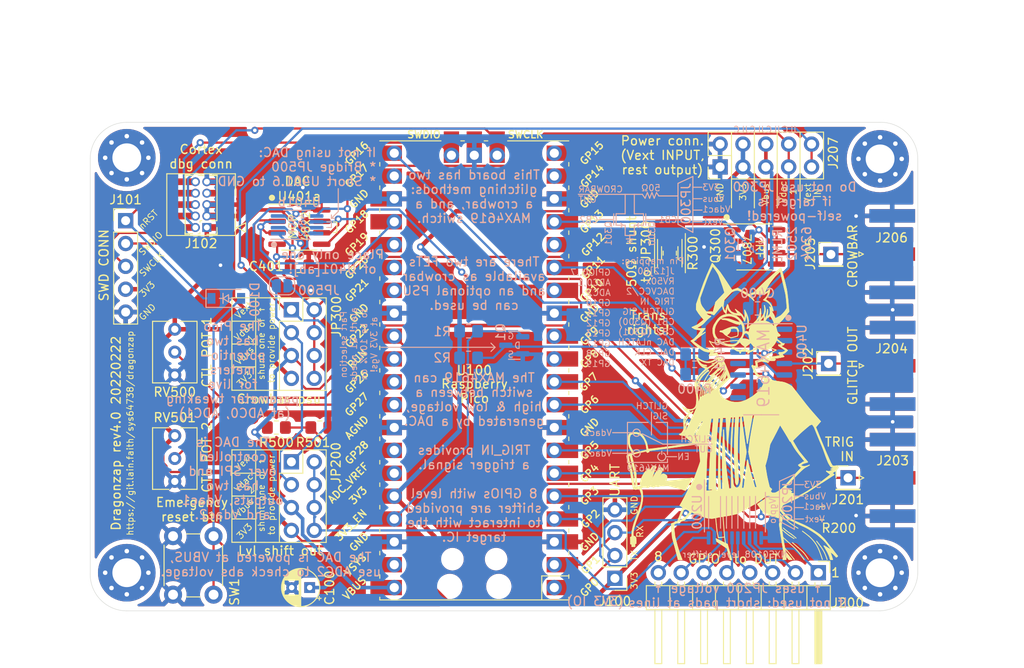
<source format=kicad_pcb>
(kicad_pcb (version 20211014) (generator pcbnew)

  (general
    (thickness 1.6)
  )

  (paper "A4")
  (layers
    (0 "F.Cu" signal)
    (31 "B.Cu" signal)
    (32 "B.Adhes" user "B.Adhesive")
    (33 "F.Adhes" user "F.Adhesive")
    (34 "B.Paste" user)
    (35 "F.Paste" user)
    (36 "B.SilkS" user "B.Silkscreen")
    (37 "F.SilkS" user "F.Silkscreen")
    (38 "B.Mask" user)
    (39 "F.Mask" user)
    (40 "Dwgs.User" user "User.Drawings")
    (41 "Cmts.User" user "User.Comments")
    (42 "Eco1.User" user "User.Eco1")
    (43 "Eco2.User" user "User.Eco2")
    (44 "Edge.Cuts" user)
    (45 "Margin" user)
    (46 "B.CrtYd" user "B.Courtyard")
    (47 "F.CrtYd" user "F.Courtyard")
    (48 "B.Fab" user)
    (49 "F.Fab" user)
  )

  (setup
    (stackup
      (layer "F.SilkS" (type "Top Silk Screen"))
      (layer "F.Paste" (type "Top Solder Paste"))
      (layer "F.Mask" (type "Top Solder Mask") (thickness 0.01))
      (layer "F.Cu" (type "copper") (thickness 0.035))
      (layer "dielectric 1" (type "core") (thickness 1.51) (material "FR4") (epsilon_r 4.5) (loss_tangent 0.02))
      (layer "B.Cu" (type "copper") (thickness 0.035))
      (layer "B.Mask" (type "Bottom Solder Mask") (thickness 0.01))
      (layer "B.Paste" (type "Bottom Solder Paste"))
      (layer "B.SilkS" (type "Bottom Silk Screen"))
      (copper_finish "None")
      (dielectric_constraints no)
    )
    (pad_to_mask_clearance 0)
    (pcbplotparams
      (layerselection 0x00010fc_ffffffff)
      (disableapertmacros false)
      (usegerberextensions false)
      (usegerberattributes true)
      (usegerberadvancedattributes true)
      (creategerberjobfile true)
      (svguseinch false)
      (svgprecision 6)
      (excludeedgelayer true)
      (plotframeref false)
      (viasonmask false)
      (mode 1)
      (useauxorigin false)
      (hpglpennumber 1)
      (hpglpenspeed 20)
      (hpglpendiameter 15.000000)
      (dxfpolygonmode true)
      (dxfimperialunits true)
      (dxfusepcbnewfont true)
      (psnegative false)
      (psa4output false)
      (plotreference true)
      (plotvalue true)
      (plotinvisibletext false)
      (sketchpadsonfab false)
      (subtractmaskfromsilk false)
      (outputformat 1)
      (mirror false)
      (drillshape 0)
      (scaleselection 1)
      (outputdirectory "grb3/")
    )
  )

  (net 0 "")
  (net 1 "GND")
  (net 2 "+3V3")
  (net 3 "+3.3VADC")
  (net 4 "Net-(D100-Pad1)")
  (net 5 "UART_RX")
  (net 6 "UART_TX")
  (net 7 "/controller/SWDIO")
  (net 8 "/controller/SWCLK")
  (net 9 "unconnected-(J102-Pad8)")
  (net 10 "unconnected-(J102-Pad7)")
  (net 11 "unconnected-(J102-Pad6)")
  (net 12 "Net-(J200-Pad1)")
  (net 13 "Net-(J200-Pad2)")
  (net 14 "TRIG_IN")
  (net 15 "GLITCH_OUT")
  (net 16 "Net-(J200-Pad3)")
  (net 17 "ADC0")
  (net 18 "ADC1")
  (net 19 "Net-(J200-Pad4)")
  (net 20 "Net-(J200-Pad5)")
  (net 21 "Net-(J200-Pad6)")
  (net 22 "VCC_EXT")
  (net 23 "DAC_HI")
  (net 24 "CB1_G")
  (net 25 "CB2_G")
  (net 26 "GPIO_EN")
  (net 27 "MAX_SW_B")
  (net 28 "MAX_SW_A")
  (net 29 "MAX_EN")
  (net 30 "GPIO2")
  (net 31 "GPIO3")
  (net 32 "GPIO4")
  (net 33 "GPIO5")
  (net 34 "GPIO6")
  (net 35 "GLITCH_SIG")
  (net 36 "GPIO7")
  (net 37 "GPIO8")
  (net 38 "GPIO9")
  (net 39 "unconnected-(U100-Pad30)")
  (net 40 "DAC_nL")
  (net 41 "DAC_CLK")
  (net 42 "DAC_TX")
  (net 43 "EMERG_SHDN")
  (net 44 "~{EMERG_SHDN}")
  (net 45 "unconnected-(U100-Pad39)")
  (net 46 "Net-(J200-Pad7)")
  (net 47 "DAC_LO")
  (net 48 "CROWBAR")
  (net 49 "/gpio/TAR_VCCIO")
  (net 50 "Net-(J200-Pad8)")
  (net 51 "ADC2")
  (net 52 "unconnected-(U100-Pad20)")
  (net 53 "unconnected-(U100-Pad19)")
  (net 54 "VBUS")
  (net 55 "CB_VCC")
  (net 56 "unconnected-(U400-Pad1)")
  (net 57 "unconnected-(U400-Pad2)")
  (net 58 "unconnected-(U400-Pad10)")
  (net 59 "unconnected-(U400-Pad11)")
  (net 60 "unconnected-(U400-Pad12)")
  (net 61 "unconnected-(U400-Pad13)")
  (net 62 "unconnected-(U400-Pad14)")
  (net 63 "unconnected-(U400-Pad15)")

  (footprint "Resistor_SMD:R_0805_2012Metric_Pad1.20x1.40mm_HandSolder" (layer "F.Cu") (at 135.128 87.179 90))

  (footprint "Connector_Coaxial:SMA_Amphenol_132289_EdgeMount" (layer "F.Cu") (at 159.845 87.287))

  (footprint "MountingHole:MountingHole_3.2mm_M3_Pad_Via" (layer "F.Cu") (at 158.496 122.682))

  (footprint "Connector_PinHeader_2.54mm:PinHeader_2x04_P2.54mm_Vertical" (layer "F.Cu") (at 93.091 93.472))

  (footprint "Connector_PinHeader_2.54mm:PinHeader_2x05_P2.54mm_Vertical" (layer "F.Cu") (at 140.721 77.602 90))

  (footprint "Connector_PinHeader_2.54mm:PinHeader_1x01_P2.54mm_Vertical" (layer "F.Cu") (at 152.776 99.441))

  (footprint "Resistor_SMD:R_2010_5025Metric_Pad1.40x2.65mm_HandSolder" (layer "F.Cu") (at 135.128 87.179 90))

  (footprint "Connector_PinHeader_2.54mm:PinHeader_1x08_P2.54mm_Horizontal" (layer "F.Cu") (at 151.638 122.682 -90))

  (footprint "Connector_PinHeader_2.54mm:PinHeader_2x04_P2.54mm_Vertical" (layer "F.Cu") (at 93.091 110.363))

  (footprint "Potentiometer_THT:Potentiometer_Vishay_T73XW_Horizontal" (layer "F.Cu") (at 80.137 95.631))

  (footprint "Connector_PinHeader_2.54mm:PinHeader_1x01_P2.54mm_Vertical" (layer "F.Cu") (at 153.03 87.317))

  (footprint "Resistor_SMD:R_0805_2012Metric_Pad1.20x1.40mm_HandSolder" (layer "F.Cu") (at 152.035 116.078 180))

  (footprint "MCU_RaspberryPi_and_Boards:RPi_Pico_SMD_TH" (layer "F.Cu") (at 113.411 100.203 180))

  (footprint "Connector_PinHeader_1.27mm:PinHeader_2x05_P1.27mm_Vertical" (layer "F.Cu") (at 83.694 84.326 180))

  (footprint "lethalbit-connectors:FTSH-105-01-L-DV-K-TR" (layer "F.Cu") (at 83.059 81.786 90))

  (footprint "Resistor_SMD:R_0805_2012Metric_Pad1.20x1.40mm_HandSolder" (layer "F.Cu") (at 91.424 106.553))

  (footprint "Potentiometer_THT:Potentiometer_Vishay_T73XW_Horizontal" (layer "F.Cu") (at 80.137 107.457))

  (footprint "Resistor_SMD:R_2512_6332Metric_Pad1.40x3.35mm_HandSolder" (layer "F.Cu") (at 135.15 87.179 90))

  (footprint "Capacitor_SMD:C_0805_2012Metric_Pad1.18x1.45mm_HandSolder" (layer "F.Cu") (at 93.98 88.598819 180))

  (footprint "Capacitor_THT:CP_Radial_D4.0mm_P2.00mm" (layer "F.Cu") (at 95.123 124.333 180))

  (footprint "Resistor_SMD:R_1206_3216Metric_Pad1.30x1.75mm_HandSolder" (layer "F.Cu") (at 135.128 87.179 90))

  (footprint "MountingHole:MountingHole_3.2mm_M3_Pad_Via" (layer "F.Cu") (at 158.496 76.708))

  (footprint "Connector_PinHeader_2.54mm:PinHeader_1x01_P2.54mm_Vertical" (layer "F.Cu") (at 154.94 112.141))

  (footprint "graphics:xenia" (layer "F.Cu")
    (tedit 61C154B6) (tstamp baf18278-d51c-443e-9972-c8c9ba5d7493)
    (at 143.4789 104.902)
    (attr through_hole)
    (fp_text reference "XENIA" (at 0 0.5) (layer "F.SilkS") hide
      (effects (font (size 1 1) (thickness 0.15)))
      (tstamp 2ab096f1-5e2e-4948-88f7-ee80da352ce9)
    )
    (fp_text value "xenia" (at 0 -0.5) (layer "F.Fab")
      (effects (font (size 1 1) (thickness 0.15)))
      (tstamp fc47ad18-c916-4f04-8460-6a5fb9138c7e)
    )
    (fp_line (start -0.087449 -8.809657) (end 0.146027 -8.894909) (layer "F.SilkS") (width 0.1) (tstamp 00486478-893b-425b-a5bc-a7e44ca55943))
    (fp_line (start 2.120427 -10.202538) (end 2.241183 -10.185531) (layer "F.SilkS") (width 0.1) (tstamp 0234d303-1347-4357-9ac8-112e8e6ab5f3))
    (fp_line (start 4.330047 -6.234346) (end 4.089216 -6.498479) (layer "F.SilkS") (width 0.1) (tstamp 02d5be24-1036-4d78-b8b7-1b443d15e7c8))
    (fp_line (start 3.24756 9.045381) (end 3.4801 8.89316) (layer "F.SilkS") (width 0.1) (tstamp 0453b7e4-e0e7-4cb5-8648-bec6a813bdeb))
    (fp_line (start 0.260403 -6.891084) (end -0.332851 -6.886832) (layer "F.SilkS") (width 0.1) (tstamp 069f3316-bcd2-4604-a333-7165193738be))
    (fp_line (start -3.758068 -6.759273) (end -3.963863 -6.339774) (layer "F.SilkS") (width 0.1) (tstamp 087708f1-e1e9-4263-81e5-92e875871b86))
    (fp_line (start -9.297786 4.012324) (end -10.724534 4.222797) (layer "F.SilkS") (width 0.1) (tstamp 088a5abf-5280-4acd-9be5-182deee4161f))
    (fp_line (start 0.359176 -6.835298) (end 0.320909 -6.836064) (layer "F.SilkS") (width 0.1) (tstamp 09ddd339-86e0-4167-9e67-6513769a8304))
    (fp_line (start -11.079063 8.253324) (end -11.346087 8.129166) (layer "F.SilkS") (width 0.1) (tstamp 0a1dbe60-6997-4f4e-b4aa-4ec0085281f7))
    (fp_line (start 0.636957 -7.835127) (end 0.567013 -8.025403) (layer "F.SilkS") (width 0.1) (tstamp 0a9d52bd-4852-44a8-82f7-f0b2e974bf90))
    (fp_line (start 0.978307 -7.395325) (end 1.596288 -7.079446) (layer "F.SilkS") (width 0.1) (tstamp 0b28e9dc-79a6-45c1-9c4d-325ada2cc88d))
    (fp_line (start -0.023841 -7.012478) (end 0.260403 -6.891084) (layer "F.SilkS") (width 0.1) (tstamp 0b379b3e-c12a-4629-a430-1567b828b4a9))
    (fp_line (start -4.650002 0.989642) (end -3.764935 0.613726) (layer "F.SilkS") (width 0.1) (tstamp 0f956713-c3d9-4b4c-8b52-a74d6d57ce5b))
    (fp_line (start -0.40371 -6.811827) (end 0.321759 -6.836064) (layer "F.SilkS") (width 0.1) (tstamp 10fd1d94-746f-466c-84a0-aa85c04b7684))
    (fp_line (start 3.479802 11.455544) (end 3.948093 11.551703) (layer "F.SilkS") (width 0.1) (tstamp 1164e296-14e5-4a5e-b2f3-44f1d36e7550))
    (fp_line (start 2.98583 -11.581707) (end 2.741129 -11.748809) (layer "F.SilkS") (width 0.1) (tstamp 12ec9af5-fae0-487c-9f32-ec0f72c4cf1f))
    (fp_line (start -4.381109 -11.064391) (end -4.310739 -11.182596) (layer "F.SilkS") (width 0.1) (tstamp 13666fea-91c0-4fec-bb70-a04cdbcf337e))
    (fp_line (start -0.404795 0.395004) (end -0.462196 0.395218) (layer "F.SilkS") (width 0.1) (tstamp 1399d9fd-892e-4c6d-94d4-e65f4b8d90fb))
    (fp_line (start -1.858607 -3.896465) (end -3.018353 -2.837788) (layer "F.SilkS") (width 0.1) (tstamp 14127424-0f91-4793-8a8a-36511132b3fd))
    (fp_line (start -3.250381 11.652943) (end -2.433578 11.510927) (layer "F.SilkS") (width 0.1) (tstamp 1485f998-b07f-4385-8f35-cac19f2827b9))
    (fp_line (start -8.886174 7.308196) (end -8.901056 7.197645) (layer "F.SilkS") (width 0.1) (tstamp 156d07b6-f60e-459b-b98a-29b8c699efdc))
    (fp_line (start -12.551074 13.779714) (end -12.706696 13.860076) (layer "F.SilkS") (width 0.1) (tstamp 16a71bba-04ef-4283-a06b-f6e9ba8ea3c4))
    (fp_line (start -5.127987 3.687899) (end -5.047837 3.724891) (layer "F.SilkS") (width 0.1) (tstamp 16ec19e3-7b49-453e-80e4-246815f99f56))
    (fp_line (start 0.998035 -5.007568) (end 1.417534 -4.961009) (layer "F.SilkS") (width 0.1) (tstamp 18457aad-4f9d-4c40-a5cc-fb25084ce7be))
    (fp_line (start -5.027428 3.476363) (end -5.115231 3.542269) (layer "F.SilkS") (width 0.1) (tstamp 185cec19-d583-42a6-bbf6-9e4403a7b0ce))
    (fp_line (start -6.740291 2.002993) (end -6.697559 1.323252) (layer "F.SilkS") (width 0.1) (tstamp 19b8a416-d457-47c0-a7b0-da25cad6c5a1))
    (fp_line (start -0.007897 -7.388394) (end -0.050628 -7.071368) (layer "F.SilkS") (width 0.1) (tstamp 1c4a967a-d9ff-4163-bb2a-95ccc3501bb3))
    (fp_line (start -0.670522 -6.851881) (end -0.53786 -6.616024) (layer "F.SilkS") (width 0.1) (tstamp 1c5c7e2f-94b3-4b5e-b4ad-c0a6563fc67e))
    (fp_line (start -10.908538 4.337111) (end -10.835617 4.409819) (layer "F.SilkS") (width 0.1) (tstamp 1e0ba953-460b-4ddb-ba5b-e01c556e61f7))
    (fp_line (start 4.90149 16.307955) (end 5.210438 16.322837) (layer "F.SilkS") (width 0.1) (tstamp 1f5d8d4c-52db-4d4d-99bb-fd209dbbc195))
    (fp_line (start -1.262672 0.453299) (end -1.363656 0.468181) (layer "F.SilkS") (width 0.1) (tstamp 1f69b1f6-9fed-42d7-9e08-09f288c476bc))
    (fp_line (start 2.998458 8.928026) (end 2.798403 8.735837) (layer "F.SilkS") (width 0.1) (tstamp 1fb3f6bd-66d7-4a74-a144-ae01112ff895))
    (fp_line (start -2.982169 0.583537) (end -2.699243 0.577159) (layer "F.SilkS") (width 0.1) (tstamp 20a0f469-5ae6-4e36-8ff6-79100ece3f30))
    (fp_line (start 0.566716 -8.025531) (end 0.636661 -7.835255) (layer "F.SilkS") (width 0.1) (tstamp 21a2e357-9ad7-4e55-9783-020864723576))
    (fp_line (start -2.922258 -2.660056) (end -1.647369 -3.924825) (layer "F.SilkS") (width 0.1) (tstamp 23781219-648c-45af-8566-464b78a6f9ff))
    (fp_line (start -0.590372 -6.842654) (end -0.464088 -6.840528) (layer "F.SilkS") (width 0.1) (tstamp 23b5355a-334f-4bc1-a3a3-bcd5e8aabe03))
    (fp_line (start -0.271007 -9.616787) (end -0.136007 -9.641874) (layer "F.SilkS") (width 0.1) (tstamp 23f55bc5-218f-4c81-bcc4-297aa64fa0b2))
    (fp_line (start 7.736937 1.655947) (end 7.847488 1.605774) (layer "F.SilkS") (width 0.1) (tstamp 252382df-08a7-4b0b-8609-1072db1e998e))
    (fp_line (start -1.871555 -11.918931) (end -1.940225 -12.001419) (layer "F.SilkS") (width 0.1) (tstamp 2566906f-dee1-4d49-aa89-42683ad37200))
    (fp_line (start -2.231462 -13.327246) (end -3.235395 -12.265232) (layer "F.SilkS") (width 0.1) (tstamp 25b94296-ce9e-441c-ba5a-3999d9179a7f))
    (fp_line (start 4.695249 -11.592294) (end 4.867028 -11.229431) (layer "F.SilkS") (width 0.1) (tstamp 2609c5fc-6f5a-49bd-a40b-c12eaada5a92))
    (fp_line (start 4.588609 8.485737) (end 4.879742 8.498492) (layer "F.SilkS") (width 0.1) (tstamp 275e3c89-0d83-4a85-9571-5807c3e775e6))
    (fp_line (start 1.219052 9.973394) (end 1.334493 9.873048) (layer "F.SilkS") (width 0.1) (tstamp 276b13d7-0a57-419c-8da2-e837b16f8ff4))
    (fp_line (start 0.832973 -5.261113) (end 0.774721 -5.194995) (layer "F.SilkS") (width 0.1) (tstamp 27f73be5-5b6d-4dcd-9c2b-08178b3c0f10))
    (fp_line (start 3.878467 -6.660457) (end 3.824042 -6.69915) (layer "F.SilkS") (width 0.1) (tstamp 284e6dc9-3ac5-4cda-bd41-857fb98d4679))
    (fp_line (start -4.421864 -8.927692) (end -5.015118 -8.576139) (layer "F.SilkS") (width 0.1) (tstamp 28797dd3-5c25-40ea-9029-91b4bdf67bc8))
    (fp_line (start -6.053407 10.967866) (end -5.922871 11.018039) (layer "F.SilkS") (width 0.1) (tstamp 28d5ed17-1bf9-4c62-b49a-5fe63f5fcad7))
    (fp_line (start -3.125587 -6.648084) (end -3.692013 -6.537745) (layer "F.SilkS") (width 0.1) (tstamp 292a37f1-a8d7-4049-8d9e-d154cb6269d5))
    (fp_line (start -3.963863 -6.339774) (end -3.148187 -6.432892) (layer "F.SilkS") (width 0.1) (tstamp 29d26dd1-1c9b-4097-8348-63ab0c86a559))
    (fp_line (start -0.136007 -9.641597) (end -0.271007 -9.616511) (layer "F.SilkS") (width 0.1) (tstamp 2b1d77fe-f78d-4ff8-b505-0f28f2dbc7c6))
    (fp_line (start -2.567432 -10.399893) (end -2.567432 -10.400064) (layer "F.SilkS") (width 0.1) (tstamp 2d8c2e79-0ca6-4cac-bd97-7ed59984e6ca))
    (fp_line (start -3.612693 8.448277) (end -3.623323 8.650245) (layer "F.SilkS") (width 0.1) (tstamp 2db2a178-64e5-43fc-91c6-f6bb623ee10e))
    (fp_line (start 0.831253 0.253265) (end 1.081438 0.212021) (layer "F.SilkS") (width 0.1) (tstamp 2e9befe8-1ba6-44c4-8c0c-2f6b67d813e8))
    (fp_line (start -2.265074 13.818492) (end -2.151546 14.500359) (layer "F.SilkS") (width 0.1) (tstamp 2f15d41d-727f-4089-af4d-eed812228f8d))
    (fp_line (start -3.465554 0.613726) (end -2.982169 0.583537) (layer "F.SilkS") (width 0.1) (tstamp 2f4fca68-ad3d-42af-a65a-2dfd84c64f23))
    (fp_line (start 3.824042 -6.69915) (end 3.76579 -6.598166) (layer "F.SilkS") (width 0.1) (tstamp 2f8fab55-05ca-4686-80f5-c3c168b9b405))
    (fp_line (start 3.802463 11.057008) (end 4.193772 10.248454) (layer "F.SilkS") (width 0.1) (tstamp 2fa1b765-b805-47fc-bf33-7549704c7989))
    (fp_line (start 4.525042 15.474081) (end 4.581806 15.914436) (layer "F.SilkS") (width 0.1) (tstamp 318e2232-f227-48be-bc7e-28bc039cbe1a))
    (fp_line (start 0.320909 -6.836064) (end 0.323034 -6.596465) (layer "F.SilkS") (width 0.1) (tstamp 31dcfa14-92b3-40c0-9b7e-3e11dc0058e1))
    (fp_line (start -1.479203 -7.201053) (end -1.470699 -7.127281) (layer "F.SilkS") (width 0.1) (tstamp 321f985d-c802-49a4-b839-d957d45e8880))
    (fp_line (start -2.768188 -9.031568) (end -2.728921 -9.000571) (layer "F.SilkS") (width 0.1) (tstamp 328d1402-4958-47d2-b0f1-71018e3fb92d))
    (fp_line (start -0.523191 -6.729339) (end -0.516813 -6.620064) (layer "F.SilkS") (width 0.1) (tstamp 32e61bfc-d546-4722-ac49-cbb99c79a789))
    (fp_line (start -4.310717 -11.182319) (end -4.381087 -11.064115) (layer "F.SilkS") (width 0.1) (tstamp 3333a437-094a-4126-981c-1a90640c11d7))
    (fp_line (start -0.53786 -6.616024) (end -0.522978 -6.728701) (layer "F.SilkS") (width 0.1) (tstamp 33ea8dc4-877d-4756-9eec-56ecc269d0d6))
    (fp_line (start -2.42565 8.523069) (end -2.710361 8.529447) (layer "F.SilkS") (width 0.1) (tstamp 351d5969-2e3a-436e-a584-701985869a16))
    (fp_line (start -3.548467 -11.102808) (end -3.680278 -11.20443) (layer "F.SilkS") (width 0.1) (tstamp 36bf2b67-6c66-4f57-9dcc-180452d3e2dc))
    (fp_line (start -10.667452 4.294378) (end -10.705294 4.290126) (layer "F.SilkS") (width 0.1) (tstamp 38dc9787-3773-4a65-9eac-77f34d6df8dc))
    (fp_line (start -12.671829 14.588332) (end -12.551286 14.590458) (layer "F.SilkS") (width 0.1) (tstamp 3949f8f3-4972-460a-90a0-6906b5d7ca76))
    (fp_line (start 3.981279 10.706561) (end 3.921327 10.860227) (layer "F.SilkS") (width 0.1) (tstamp 3b861d3c-b38d-4322-b67b-d95ab0619cc6))
    (fp_line (start 9.914625 6.87845) (end 9.630849 6.725166) (layer "F.SilkS") (width 0.1) (tstamp 3bf5a303-d45e-4366-b8e2-9eef9aa4ea37))
    (fp_line (start -1.955062 14.629087) (end -1.482966 16.326622) (layer "F.SilkS") (width 0.1) (tstamp 3d234cf4-d2a0-4b1e-b0ed-33b40ca1bbce))
    (fp_line (start -2.482371 0.53921) (end -2.699349 0.578328) (layer "F.SilkS") (width 0.1) (tstamp 3d6a7394-0229-439d-98ea-24fb7b7d0870))
    (fp_line (start -5.819251 -0.058596) (end -5.782259 -0.164257) (layer "F.SilkS") (width 0.1) (tstamp 3ecd5e71-045c-45dd-959d-3e97c8e33089))
    (fp_line (start -3.785279 -2.270788) (end -4.94377 -1.700982) (layer "F.SilkS") (width 0.1) (tstamp 3f60471a-e684-4c40-916a-dc05757982ce))
    (fp_line (start 3.76579 -6.598166) (end 3.956065 -6.349596) (layer "F.SilkS") (width 0.1) (tstamp 3f775266-cc7f-49e6-b89d-e69ba5f3895e))
    (fp_line (start 3.761942 -7.448985) (end 4.562098 -6.916851) (layer "F.SilkS") (width 0.1) (tstamp 401fc27b-55c2-4d17-b7a9-17271cdee251))
    (fp_line (start -3.619092 -4.014223) (end -4.053048 -3.440186) (layer "F.SilkS") (width 0.1) (tstamp 41e173df-b769-4562-86b0-af2aff66057d))
    (fp_line (start 0.321759 -6.836064) (end 0.360027 -6.835298) (layer "F.SilkS") (width 0.1) (tstamp 43797be8-9d42-485f-bc6b-0544d45927b2))
    (fp_line (start 10.256122 6.014427) (end 10.165768 5.934065) (layer "F.SilkS") (width 0.1) (tstamp 4459b91b-d937-4427-a170-e7027c4df452))
    (fp_line (start -1.482966 16.326622) (end -1.613502 16.326622) (layer "F.SilkS") (width 0.1) (tstamp 46605a33-9342-4627-adea-08a0c3dd1775))
    (fp_line (start -2.364145 -5.272232) (end -2.325452 -5.192508) (layer "F.SilkS") (width 0.1) (tstamp 47476406-4d27-4820-aefe-eb91485cd792))
    (fp_line (start -1.200487 -7.170056) (end -1.200487 -7.170056) (layer "F.SilkS") (width 0.1) (tstamp 47bd3e42-5e60-4145-b4ff-ba2ead23635e))
    (fp_line (start -10.724534 4.222797) (end -10.772326 4.101105) (layer "F.SilkS") (width 0.1) (tstamp 487c4890-ae05-4d1e-8757-f717bdd9f770))
    (fp_line (start -1.29977 -7.131533) (end -0.950173 -6.910133) (layer "F.SilkS") (width 0.1) (tstamp 48f5ac3f-19ad-4208-9449-373c6d6bed43))
    (fp_line (start -0.419655 -9.922015) (end -0.584419 -9.95518) (layer "F.SilkS") (width 0.1) (tstamp 499f0043-d011-4c69-b76f-552cc2e709c0))
    (fp_line (start -10.859577 4.243461) (end -10.870207 4.151406) (layer "F.SilkS") (width 0.1) (tstamp 4b724a58-7782-4fb0-85bb-73cee8bfacec))
    (fp_line (start -3.623323 8.650245) (end -4.324302 8.722316) (layer "F.SilkS") (width 0.1) (tstamp 4c7ee18f-1e28-4990-b358-0d20ba5f3a19))
    (fp_line (start 2.278047 -6.178114) (end 2.254661 -6.053744) (layer "F.SilkS") (width 0.1) (tstamp 4cd7b6b4-85c9-4884-8f10-e79b6ed8c90b))
    (fp_line (start -10.857408 4.242058) (end -10.859577 4.243461) (layer "F.SilkS") (width 0.1) (tstamp 4cf1650d-f012-4b15-ad31-a94564f120f8))
    (fp_line (start 0.636661 -7.835255) (end 0.978307 -7.395325) (layer "F.SilkS") (width 0.1) (tstamp 4d1172a0-a1e6-4e5d-b676-3dfbdc70f814))
    (fp_line (start 4.368889 -7.671512) (end 4.228999 -7.648126) (layer "F.SilkS") (width 0.1) (tstamp 4ea04a5a-7a78-43fb-87d5-86eb2afcea5f))
    (fp_line (start 10.027621 6.192797) (end 10.256122 6.014427) (layer "F.SilkS") (width 0.1) (tstamp 51b18456-8852-4cce-ad37-628dd1c4103a))
    (fp_line (start 0.975627 -7.108827) (end 0.990509 -7.046749) (layer "F.SilkS") (width 0.1) (tstamp 52064152-4b25-4796-8ab1-2e49f3df562c))
    (fp_line (start 5.077543 8.647949) (end 4.922346 8.701524) (layer "F.SilkS") (width 0.1) (tstamp 53bc95a0-a6b5-4bd3-8806-205d384c6e1c))
    (fp_line (start -2.943709 -5.906668) (end -2.916242 -5.843484) (layer "F.SilkS") (width 0.1) (tstamp 54c05bf1-249d-4ed0-aee6-f8cef4715275))
    (fp_line (start 4.587334 8.28802) (end 4.484224 8.388366) (layer "F.SilkS") (width 0.1) (tstamp 54d05816-bdfa-450b-939f-fffbc2d3c01c))
    (fp_line (start -3.764935 0.613726) (end -3.465554 0.613726) (layer "F.SilkS") (width 0.1) (tstamp 56614d25-92fe-4928-ba13-f50ff5bf48ed))
    (fp_line (start 5.210438 16.322837) (end 4.525042 15.474081) (layer "F.SilkS") (width 0.1) (tstamp 57d20178-cd72-4cdf-a6b0-742aea76d37b))
    (fp_line (start -0.446932 -6.922464) (end -0.749927 -6.933093) (layer "F.SilkS") (width 0.1) (tstamp 58166378-73e4-4c77-abf1-b61da426c963))
    (fp_line (start -7.002722 16.306531) (end -7.404278 16.31157) (layer "F.SilkS") (width 0.1) (tstamp 5964804a-9ffe-4905-9f1b-c960fc5465a3))
    (fp_line (start -8.901056 7.197645) (end -8.941025 7.197645) (layer "F.SilkS") (width 0.1) (tstamp 59f58cc4-3f08-4913-804c-7831fc56d6da))
    (fp_line (start 1.092131 -7.182599) (end 0.975627 -7.108827) (layer "F.SilkS") (width 0.1) (tstamp 5ac91684-976e-43dc-b66d-88fa3cf7602b))
    (fp_line (start 7.847488 1.605774) (end 8.38802 0.97155) (layer "F.SilkS") (width 0.1) (tstamp 5c52001a-44b6-4827-8867-9a065693af27))
    (fp_line (start 5.416744 9.020209) (end 5.234122 9.134162) (layer "F.SilkS") (width 0.1) (tstamp 5c5e0318-a0e1-4f94-8225-4bad5445ea6d))
    (fp_line (start 9.500845 16.316587) (end 9.731897 16.316587) (layer "F.SilkS") (width 0.1) (tstamp 5cdfe313-8605-4373-9a45-7b9f1b58e8c5))
    (fp_line (start -12.612153 4.669636) (end -12.765862 4.730652) (layer "F.SilkS") (width 0.1) (tstamp 5d6e084a-605f-4d05-bcd6-23a747bd3e0e))
    (fp_line (start -5.125052 3.690641) (end -5.114422 3.531405) (layer "F.SilkS") (width 0.1) (tstamp 5e0252fd-2729-4e36-b2cc-c7766dba6189))
    (fp_line (start -12.765862 4.730652) (end -12.281945 6.716322) (layer "F.SilkS") (width 0.1) (tstamp 5e807c14-eb72-4699-ac5c-0e22b3b90689))
    (fp_line (start -3.415423 -5.326615) (end -3.508541 -5.332993) (layer "F.SilkS") (width 0.1) (tstamp 5ef3d067-71f0-41ac-ba39-98068649edc9))
    (fp_line (start -3.680278 -11.20443) (end -4.310717 -11.182319) (layer "F.SilkS") (width 0.1) (tstamp 600a3b4b-ae4b-4461-b5a0-b102a630e6e4))
    (fp_line (start -0.516813 -6.620064) (end -0.40371 -6.811827) (layer "F.SilkS") (width 0.1) (tstamp 606c3e55-7d61-412d-adac-41bf5f1f1a73))
    (fp_line (start -3.763999 0.614406) (end -4.65096 0.989557) (layer "F.SilkS") (width 0.1) (tstamp 61bd4437-060d-40c1-add9-cb29405c70c7))
    (fp_line (start -12.324316 14.531951) (end -12.328568 14.687573) (layer "F.SilkS") (width 0.1) (tstamp 61d9b81b-8499-4933-91ed-7a8972810007))
    (fp_line (start -6.730724 2.520138) (end -6.790889 2.401721) (layer "F.SilkS") (width 0.1) (tstamp 62b6ceae-4979-4c7f-9abb-9d942b9ab846))
    (fp_line (start -0.023819 -7.012265) (end -0.050733 -7.071495) (layer "F.SilkS") (width 0.1) (tstamp 633ad3b8-63c2-4a66-ba43-ec1b2327d590))
    (fp_line (start 2.575111 -5.582519) (end 2.566607 -5.800008) (layer "F.SilkS") (width 0.1) (tstamp 6349601a-3c16-49a3-9c53-44ba3301fa17))
    (fp_line (start -12.123177 8.513863) (end -11.715753 8.379501) (layer "F.SilkS") (width 0.1) (tstamp 634c972d-457b-4606-97bd-158cc6774626))
    (fp_line (start -1.200487 -7.170056) (end -1.189857 -7.253607) (layer "F.SilkS") (width 0.1) (tstamp 644c1aa7-bb47-43ff-9985-f1193c633b37))
    (fp_line (start -0.097144 8.381542) (end -0.383216 8.400676) (layer "F.SilkS") (width 0.1) (tstamp 64d7714a-7974-44e3-aea4-f93dec72bbab))
    (fp_line (start -2.982275 0.584047) (end -3.46566 0.614236) (layer "F.SilkS") (width 0.1) (tstamp 65672bfe-b9ee-41a0-973c-1f20f79e074b))
    (fp_line (start -0.522978 -6.728701) (end -0.590372 -6.842654) (layer "F.SilkS") (width 0.1) (tstamp 66ae6362-5d73-429e-895c-b93ac4034e8b))
    (fp_line (start -2.922257 -2.659503) (end -3.018352 -2.837236) (layer "F.SilkS") (width 0.1) (tstamp 67696688-aeb4-4c05-bfdd-17ff57e0fa8a))
    (fp_line (start 4.463814 8.29865) (end 4.587334 8.28802) (layer "F.SilkS") (width 0.1) (tstamp 6adb7440-4967-4c53-ab45-3e8efe9276db))
    (fp_line (start -0.552019 -7.920528) (end -0.353877 -8.180791) (layer "F.SilkS") (width 0.1) (tstamp 6b210527-4628-4b35-bcc0-57c051da3023))
    (fp_line (start 1.550897 -10.19699) (end 1.669101 -10.238234) (layer "F.SilkS") (width 0.1) (tstamp 6f6d94a2-ff06-468f-93cb-7d1121493be0))
    (fp_line (start 5.099335 3.181341) (end 5.269838 3.103317) (layer "F.SilkS") (width 0.1) (tstamp 6faf2824-be38-492e-a01b-4c105834407a))
    (fp_line (start -4.244621 -5.197036) (end -4.324345 -5.268894) (layer "F.SilkS") (width 0.1) (tstamp 6fe73f15-5d69-4a4e-893e-03eb09e9b7d7))
    (fp_line (start 1.655283 -10.326037) (end 1.550897 -10.19699) (layer "F.SilkS") (width 0.1) (tstamp 71407632-595c-426e-b6ae-4fb2a403e147))
    (fp_line (start 1.551599 -10.196373) (end 1.654071 -10.325909) (layer "F.SilkS") (width 0.1) (tstamp 71e17ce2-3f5c-4367-9839-08c5c57f36de))
    (fp_line (start -10.85964 4.243567) (end -10.851137 4.309473) (layer "F.SilkS") (width 0.1) (tstamp 7222796c-3f24-42f8-95ec-33d97cdbe82f))
    (fp_line (start -10.870207 4.151406) (end -12.356801 4.505467) (layer "F.SilkS") (width 0.1) (tstamp 7332bdd2-7696-49e9-b942-e09fe05346ae))
    (fp_line (start -12.555538 14.874192) (end -12.244166 14.849105) (layer "F.SilkS") (width 0.1) (tstamp 73bf2484-d5f9-4ce1-ab83-d710b7907529))
    (fp_line (start -0.050628 -7.071368) (end -0.023841 -7.012478) (layer "F.SilkS") (width 0.1) (tstamp 75ebcaaf-8f91-4bce-95da-35daf284b36b))
    (fp_line (start -2.023604 -4.398792) (end -2.056557 -4.497672) (layer "F.SilkS") (width 0.1) (tstamp 76bcc96a-79c2-4aa1-a653-745cf373720e))
    (fp_line (start 0.360027 -6.835298) (end 0.467176 -6.79129) (layer "F.SilkS") (width 0.1) (tstamp 7879fd6d-8523-40e9-ac87-65ed2628002c))
    (fp_line (start 3.26967 -5.791504) (end 3.374481 -5.900354) (layer "F.SilkS") (width 0.1) (tstamp 78c24dc1-6743-421c-b77c-2fe33b473e4c))
    (fp_line (start -1.470699 -7.127281) (end -1.29977 -7.131533) (layer "F.SilkS") (width 0.1) (tstamp 7923463f-888c-4fc0-b98f-03078496b1b6))
    (fp_line (start 1.596288 -7.079446) (end 2.337853 -6.991643) (layer "F.SilkS") (width 0.1) (tstamp 7a78aae9-59d5-44fd-a5a4-d12a5851aac3))
    (fp_line (start -6.744393 10.596839) (end -5.920744 11.018719) (layer "F.SilkS") (width 0.1) (tstamp 7af554a0-1aea-4bf6-b62d-f529a38d9de6))
    (fp_line (start 3.74706 -7.542316) (end 3.761942 -7.448985) (layer "F.SilkS") (width 0.1) (tstamp 7d46158a-6f68-4d38-be89-e25c900413e7))
    (fp_line (start 3.948093 11.551703) (end 3.802463 11.057008) (layer "F.SilkS") (width 0.1) (tstamp 7f1cd457-f3e0-4118-9041-74f0c4e433d8))
    (fp_line (start 3.952132 10.372397) (end 3.479802 11.455544) (layer "F.SilkS") (width 0.1) (tstamp 7f25c6dd-2bd2-4dba-b030-ccbee8cc0425))
    (fp_line (start 4.867007 -11.229325) (end 4.695227 -11.592231) (layer "F.SilkS") (width 0.1) (tstamp 801e609c-68c5-4efc-a779-888769f67fd8))
    (fp_line (start 9.552655 6.270651) (end 9.957527 6.281281) (layer "F.SilkS") (width 0.1) (tstamp 816dc656-ef63-4b7e-ba23-93c421a09dd9))
    (fp_line (start -10.835617 4.409819) (end -10.692538 4.354544) (layer "F.SilkS") (width 0.1) (tstamp 81a6647b-fb92-470f-859a-839cff2bfa41))
    (fp_line (start -2.265074 13.81847) (end -2.435578 11.510119) (layer "F.SilkS") (width 0.1) (tstamp 823a9a53-cb4b-4f57-9558-1ba1cf975f33))
    (fp_line (start 5.09942 3.182085) (end 5.099335 3.181341) (layer "F.SilkS") (width 0.1) (tstamp 832a8494-eaf2-41bb-a79b-9bd3869ba972))
    (fp_line (start -2.839558 -5.555073) (end -2.839345 -5.555094) (layer "F.SilkS") (width 0.1) (tstamp 84ce0be5-0412-4bdd-83e3-854a7a710ced))
    (fp_line (start -2.790809 -5.240427) (end -2.57719 -5.718179) (layer "F.SilkS") (width 0.1) (tstamp 84d2254b-f203-44d6-b45c-79b312eb19ef))
    (fp_line (start -3.983039 8.479741) (end -3.612693 8.448277) (layer "F.SilkS") (width 0.1) (tstamp 881ba6c1-962a-43e8-acdf-1c75a4cb2656))
    (fp_line (start 2.911548 -11.493032) (end 3.13129 -11.295316) (layer "F.SilkS") (width 0.1) (tstamp 8b34cb3e-4808-4723-abeb-99f377bbe23f))
    (fp_line (start -0.578892 -9.823156) (end -0.419655 -9.922015) (layer "F.SilkS") (width 0.1) (tstamp 8b609dc3-d402-489e-93c7-a8286dd10662))
    (fp_line (start -3.013421 -6.014668) (end -3.06859 -6.173224) (layer "F.SilkS") (width 0.1) (tstamp 902a411f-6335-4f06-8cf1-f0ed80a2cb8a))
    (fp_line (start -0.332851 -6.886832) (end -0.023819 -7.012265) (layer "F.SilkS") (width 0.1) (tstamp 910b5ca3-160a-4289-ac0e-edddfbb8cc23))
    (fp_line (start 4.879742 8.498492) (end 4.786411 8.608406) (layer "F.SilkS") (width 0.1) (tstamp 92425964-3db1-4a0a-86ee-ecbd90311ff8))
    (fp_line (start -2.68655 -9.085993) (end -2.768188 -9.031568) (layer "F.SilkS") (width 0.1) (tstamp 92f206ba-0b74-4aff-a139-97255e30fd4b))
    (fp_line (start -2.699243 0.577159) (end -2.482265 0.538041) (layer "F.SilkS") (width 0.1) (tstamp 9374eae1-1721-491f-8000-bfbbb5c8d606))
    (fp_line (start 5.423717 9.377374) (end 5.570623 9.455611) (layer "F.SilkS") (width 0.1) (tstamp 946a8f93-f8a6-49ed-be65-22cf14da1914))
    (fp_line (start -10.705294 4.290126) (end -10.773113 4.101764) (layer "F.SilkS") (width 0.1) (tstamp 96b8b711-f40d-4aae-a044-c048034ee1fe))
    (fp_line (start 3.55787 -8.163018) (end 3.585933 -8.535108) (layer "F.SilkS") (width 0.1) (tstamp 97eaa1e2-9166-4553-a1d6-ea99a7ba73fb))
    (fp_line (start -2.093805 0.514655) (end -1.899489 4.624204) (layer "F.SilkS") (width 0.1) (tstamp 9a3dec6c-1ff7-4f04-98b4-bff75dbe2572))
    (fp_line (start -7.212683 10.307067) (end -6.744393 10.596839) (layer "F.SilkS") (width 0.1) (tstamp 9aa35107-bd21-4263-aaeb-f87889d0726a))
    (fp_line (start -8.961434 7.519094) (end -8.918702 7.383456) (layer "F.SilkS") (width 0.1) (tstamp 9c77e549-bc3d-407e-a17f-1f44a0465725))
    (fp_line (start 9.062594 6.501448) (end 9.545575 6.870816) (layer "F.SilkS") (width 0.1) (tstamp 9d0a9958-db67-4fa2-a63a-2635acbcaff5))
    (fp_line (start 1.219116 9.972799) (end 1.219052 9.973394) (layer "F.SilkS") (width 0.1) (tstamp 9d53a803-c2dd-44df-9adf-3a36ecbb9623))
    (fp_line (start -10.851137 4.309473) (end -10.908538 4.337111) (layer "F.SilkS") (width 0.1) (tstamp 9d93c53b-c8ce-4a41-8871-5169db872dd3))
    (fp_line (start -0.464088 -6.840528) (end -0.523191 -6.729339) (layer "F.SilkS") (width 0.1) (tstamp 9f3effa9-36c1-499e-8002-787a37d4e90a))
    (fp_line (start -12.443584 14.541092) (end -12.110825 14.518557) (layer "F.SilkS") (width 0.1) (tstamp 9f755b79-98ed-4b7f-b7d5-fc8b011a6083))
    (fp_line (start -0.462154 0.396301) (end -0.404752 0.396089) (layer "F.SilkS") (width 0.1) (tstamp a03f12ee-4c0a-46b5-9d34-c9c5f676bfdc))
    (fp_line (start -0.753754 -8.930796) (end -0.760132 -9.099812) (layer "F.SilkS") (width 0.1) (tstamp a2514bdf-7683-4b2c-bb81-487c8fa57d73))
    (fp_line (start 2.798403 8.735837) (end 2.94212 8.502787) (layer "F.SilkS") (width 0.1) (tstamp a25f08da-163d-4d49-ab74-017e99d1903e))
    (fp_line (start 3.301453 -9.46597) (end 3.588121 -8.53481) (layer "F.SilkS") (width 0.1) (tstamp a261e796-25d7-477c-be76-97f041d1e6b6))
    (fp_line (start -12.208875 14.527699) (end -12.324316 14.531951) (layer "F.SilkS") (width 0.1) (tstamp a273aabd-9b0c-4eb2-9ce1-0a72077650f3))
    (fp_line (start 10.153777 16.03534) (end 10.286013 15.948388) (layer "F.SilkS") (width 0.1) (tstamp a2a59f0e-cde4-498b-8904-d92a12bff2f0))
    (fp_line (start -1.612056 0.483573) (end -1.363486 0.468691) (layer "F.SilkS") (width 0.1) (tstamp a2fc975e-e27d-4dbe-8a0b-341931ded9a6))
    (fp_line (start 5.58019 9.318272) (end 5.423717 9.377374) (layer "F.SilkS") (width 0.1) (tstamp a323f70c-afa2-4c2a-b732-5b77a8cbc996))
    (fp_line (start -1.472081 8.437583) (end -1.785579 8.469473) (layer "F.SilkS") (width 0.1) (tstamp a4c343d5-a6fd-4619-9a83-930a86997c7d))
    (fp_line (start -8.918702 7.383456) (end -8.770521 7.262913) (layer "F.SilkS") (width 0.1) (tstamp a71b8db9-7af6-4a4f-a0c5-fd086e8c47a8))
    (fp_line (start 0.017488 -7.081572) (end 0.065961 -7.361267) (layer "F.SilkS") (width 0.1) (tstamp a77dd63f-3f22-4865-9e78-693ed1d0221c))
    (fp_line (start -0.714593 0.406931) (end -0.462154 0.396301) (layer "F.SilkS") (width 0.1) (tstamp a858f438-2835-4c8f-8f9f-d091eac5a697))
    (fp_line (start 0.365554 -6.704763) (end 0.359176 -6.835298) (layer "F.SilkS") (width 0.1) (tstamp a8bb4afa-35b0-41db-8d99-8ea42d121830))
    (fp_line (start -4.017458 -4.642983) (end -4.118655 -4.734613) (layer "F.SilkS") (width 0.1) (tstamp a9a751bd-7c65-4095-9e42-f665535dba2e))
    (fp_line (start 2.337853 -6.991643) (end 2.882955 -7.225459) (layer "F.SilkS") (width 0.1) (tstamp a9d6e118-1126-476c-be4f-98f751cb96f6))
    (fp_line (start -12.091032 8.313426) (end -12.251756 8.313426) (layer "F.SilkS") (width 0.1) (tstamp ab2163be-385c-49c1-84b2-d21172b217d2))
    (fp_line (start -3.195575 14.016357) (end -1.955062 14.629087) (layer "F.SilkS") (width 0.1) (tstamp abc144f2-0768-45ca-8040-fb36089127a7))
    (fp_line (start -10.87027 4.151512) (end -10.85964 4.243567) (layer "F.SilkS") (width 0.1) (tstamp ac2b5221-dae8-473a-b258-1240f226ee32))
    (fp_line (start -6.083766 0.076404) (end -5.819251 -0.058596) (layer "F.SilkS") (width 0.1) (tstamp ae1a820b-f252-45fc-a06e-4a7cb7959ffc))
    (fp_line (start -0.404752 0.396089) (end -0.142746 0.3659) (layer "F.SilkS") (width 0.1) (tstamp aefe398d-e17c-4e19-992b-b360a5a5a779))
    (fp_line (start 5.004133 3.149642) (end 5.10129 3.181957) (layer "F.SilkS") (width 0.1) (tstamp afaa94e1-65c3-4b6f-9c68-5ac59bc472d1))
    (fp_line (start 10.384191 6.087349) (end 10.027621 6.192797) (layer "F.SilkS") (width 0.1) (tstamp afd35155-2680-4da0-a254-feec9f925517))
    (fp_line (start 2.241183 -10.185531) (end 2.422529 -10.528877) (layer "F.SilkS") (width 0.1) (tstamp b12cdff5-1a28-488f-bb8d-4bd1944d9750))
    (fp_line (start 10.286013 15.948388) (end 8.789979 14.029963) (layer "F.SilkS") (width 0.1) (tstamp b19cabe8-0c6d-451e-bfeb-2fcea82d2608))
    (fp_line (start -3.195469 14.016336) (end -3.195575 14.016357) (layer "F.SilkS") (width 0.1) (tstamp b29c3d1a-bb57-4e68-88ff-a0471bee36d3))
    (fp_line (start -4.555758 -1.880139) (end -4.770185 -1.786787) (layer "F.SilkS") (width 0.1) (tstamp b3396681-51a0-4ddb-b63f-251412419335))
    (fp_line (start -0.950855 -13.622907) (end -0.731411 -13.622907) (layer "F.SilkS") (width 0.1) (tstamp b3d452e4-0558-44e2-b1c9-373e568f7de0))
    (fp_line (start -1.389912 -7.251651) (end -1.479203 -7.201053) (layer "F.SilkS") (width 0.1) (tstamp b4248c5b-0aa5-47e6-8c9f-dcd81c5483ee))
    (fp_line (start -3.692013 -6.537745) (end -3.495785 -6.948273) (layer "F.SilkS") (width 0.1) (tstamp b498dffb-cfee-4cb0-974c-848e3f710666))
    (fp_line (start -2.548723 -6.087781) (end -2.738786 -5.688011) (layer "F.SilkS") (width 0.1) (tstamp b71d1072-ae2d-49ad-8cc4-6755a10b9d34))
    (fp_line (start -2.482265 0.538041) (end -2.093805 0.514655) (layer "F.SilkS") (width 0.1) (tstamp b7256dee-230d-4653-bad5-866a3ef6aa44))
    (fp_line (start 4.267905 -7.539488) (end 4.368889 -7.671512) (layer "F.SilkS") (width 0.1) (tstamp b87dacec-d770-4fac-bfe1-efb923046bde))
    (fp_line (start -1.189857 -7.253607) (end -1.389912 -7.251651) (layer "F.SilkS") (width 0.1) (tstamp ba403a2a-5472-4226-a5d1-0a23e7d66edd))
    (fp_line (start -8.770521 7.262913) (end -8.810915 7.21274) (layer "F.SilkS") (width 0.1) (tstamp bbce8f98-4aca-469a-9837-32a9818170a6))
    (fp_line (start 5.10129 3.181957) (end 5.271794 3.103934) (layer "F.SilkS") (width 0.1) (tstamp bcaa163f-1a67-400f-b78e-c162f92c8e47))
    (fp_line (start -5.115231 3.542269) (end -5.127987 3.687899) (layer "F.SilkS") (width 0.1) (tstamp bd3ba98d-d2d7-4d86-9b2d-33dad2eac79f))
    (fp_line (start -13.04073 4.7092) (end -13.11599 4.844838) (layer "F.SilkS") (width 0.1) (tstamp bfe0cc57-3c62-4d4e-b119-5e8302e94e4d))
    (fp_line (start 2.94212 8.502787) (end 2.707113 8.306559) (layer "F.SilkS") (width 0.1) (tstamp c09fd7f1-a334-4ec4-a220-e985605306ee))
    (fp_line (start -6.790889 2.401721) (end -6.940346 2.395343) (layer "F.SilkS") (width 0.1) (tstamp c32eaa5b-78c2-4826-b43f-df6d970efaf8))
    (fp_line (start -5.65404 3.373126) (end -5.490765 3.472622) (layer "F.SilkS") (width 0.1) (tstamp c340e49e-f635-4f5a-8d46-5b209fa63b31))
    (fp_line (start 3.557401 -8.162274) (end 3.530613 -8.09403) (layer "F.SilkS") (width 0.1) (tstamp c4d70ee4-e581-49d7-a356-429f4c894ae1))
    (fp_line (start -5.490765 3.472622) (end -7.838808 3.820986) (layer "F.SilkS") (width 0.1) (tstamp c4e22290-d247-4c4b-b64f-48ce69f7dada))
    (fp_line (start 0.426188 -8.688901) (end 0.566716 -8.025531) (layer "F.SilkS") (width 0.1) (tstamp c4f4a549-e6f5-496a-9563-4a841ee07124))
    (fp_line (start -6.682039 1.944741) (end -6.740291 2.002993) (layer "F.SilkS") (width 0.1) (tstamp c56f63ab-855c-40f2-a369-d65080c720e0))
    (fp_line (start -5.020625 -8.48823) (end -4.421864 -8.927692) (layer "F.SilkS") (width 0.1) (tstamp c5c5c032-e127-4fa8-a41a-e56835647d83))
    (fp_line (start -10.692538 4.354544) (end -10.667452 4.294378) (layer "F.SilkS") (width 0.1) (tstamp c63d6947-c16a-4323-b8e9-fceaef7fae24))
    (fp_line (start -1.975132 15.030877) (end -3.120209 14.292586) (layer "F.SilkS") (width 0.1) (tstamp c779cb0c-e4dc-4efc-a060-908bf2219140))
    (fp_line (start 0.467176 -6.79129) (end 0.365554 -6.704763) (layer "F.SilkS") (width 0.1) (tstamp c8d97f64-7ec8-4828-ba9c-6b5dbff61d09))
    (fp_line (start 1.242735 10.054437) (end 1.22105 9.974287) (layer "F.SilkS") (width 0.1) (tstamp c90a00d0-330b-4c41-b70b-f2fa9a4872f9))
    (fp_line (start -0.529952 -10.830745) (end -0.519322 -10.91047) (layer "F.SilkS") (width 0.1) (tstamp c98b6b93-a8bf-4e8e-9209-5193020a22ea))
    (fp_line (start 0.52883 -6.767394) (end 0.711452 -6.798434) (layer "F.SilkS") (width 0.1) (tstamp c9afd472-cccf-4bbe-8af9-24511c6156cc))
    (fp_line (start -1.363486 0.468691) (end -1.262502 0.453809) (layer "F.SilkS") (width 0.1) (tstamp ca2e7f26-faa9-4dde-abaf-6ceac0b54c42))
    (fp_line (start 7.845447 1.604775) (end 7.734896 1.654948) (layer "F.SilkS") (width 0.1) (tstamp cb2c9fda-e077-4170-8f98-a0a66ff895c7))
    (fp_line (start 0.503041 -13.110056) (end -0.809837 -13.824748) (layer "F.SilkS") (width 0.1) (tstamp cb3bfe3f-4ce5-447c-b68a-f0b9a64fb392))
    (fp_line (start -2.951363 8.57658) (end -3.253891 8.612296) (layer "F.SilkS") (width 0.1) (tstamp cbf1796f-59d0-4555-8c14-9d192dd57bfb))
    (fp_line (start 1.355455 -5.598039) (end 1.813796 -5.730063) (layer "F.SilkS") (width 0.1) (tstamp cf34bccf-cdde-4b03-a71d-39e082be13a7))
    (fp_line (start -8.941025 7.197645) (end -9.07156 7.624543) (layer "F.SilkS") (width 0.1) (tstamp cf89459e-fd92-4e68-9587-f252ddcdb6a3))
    (fp_line (start -0.699988 -7.763205) (end -0.552019 -7.920528) (layer "F.SilkS") (width 0.1) (tstamp cfa9ca81-e166-49c3-8ece-ea2d2f4b969d))
    (fp_line (start 4.58187 15.913755) (end 4.90149 16.307955) (layer "F.SilkS") (width 0.1) (tstamp d246b720-0b90-496e-9a97-54995820586e))
    (fp_line (start -2.951363 8.57658) (end -2.951363 8.57658) (layer "F.SilkS") (width 0.1) (tstamp d3f18f6f-df87-411a-a9b0-ea9d01654407))
    (fp_line (start 2.196154 -10.312303) (end 2.152146 -10.847902) (layer "F.SilkS") (width 0.1) (tstamp d432040b-8383-421c-8988-1e75af44816f))
    (fp_line (start 4.773995 8.430886) (end 4.588609 8.485737) (layer "F.SilkS") (width 0.1) (tstamp d4ec1f91-d46c-477e-8058-9652008afc58))
    (fp_line (start -2.839345 -5.555094) (end -2.87251 -5.653953) (layer "F.SilkS") (width 0.1) (tstamp d698486e-a46f-41e1-840d-4d67884bd3e3))
    (fp_line (start 0.823747 -9.734949) (end 1.307154 -10.144201) (layer "F.SilkS") (width 0.1) (tstamp d8c674a4-0e15-4f14-8afc-3fe5709d5bde))
    (fp_line (start -2.954021 13.8895) (end -2.265074 13.818492) (layer "F.SilkS") (width 0.1) (tstamp d8d04551-5dca-4c10-a227-c69f8709819d))
    (fp_line (start -2.058896 -8.588768) (end -1.816151 -8.800516) (layer "F.SilkS") (width 0.1) (tstamp d9974485-27a7-4a5b-8212-d6d6a76806c7))
    (fp_line (start -12.281945 6.716322) (end -12.091032 8.313426) (layer "F.SilkS") (width 0.1) (tstamp da98a90c-a8ad-4955-ac32-20748eb25336))
    (fp_line (start 3.531508 -8.094774) (end 3.55787 -8.163018) (layer "F.SilkS") (width 0.1) (tstamp ddce5d33-f931-4b78-8608-df870869e452))
    (fp_line (start 7.162964 1.383481) (end 7.487049 1.25167) (layer "F.SilkS") (width 0.1) (tstamp dff82fbe-ee79-44c3-8e77-55b4b643c5a8))
    (fp_line (start 0.146027 -8.894909) (end 0.426188 -8.688901) (layer "F.SilkS") (width 0.1) (tstamp e00859b8-20fb-47f3-80aa-68a67bfcd82a))
    (fp_line (start -0.353877 -8.180791) (end -0.087449 -8.809657) (layer "F.SilkS") (width 0.1) (tstamp e38b6853-bdca-4f8b-864b-9f909d27b0df))
    (fp_line (start -1.613502 16.326622) (end -1.975132 15.030877) (layer "F.SilkS") (width 0.1) (tstamp e3eefb2c-367e-42ae-ab55-468b9c80597b))
    (fp_line (start 2.371165 -5.944893) (end 2.433244 -5.750579) (layer "F.SilkS") (width 0.1) (tstamp e7593b06-b8bc-4cd9-8175-3318f0857ad6))
    (fp_line (start -12.503345 4.528492) (end -13.04073 4.7092) (layer "F.SilkS") (width 0.1) (tstamp e77cdda7-426f-4d81-947d-3531bcb14e2b))
    (fp_line (start -11.346087 8.129166) (end -11.962622 8.269056) (layer "F.SilkS") (width 0.1) (tstamp e830d834-92c8-4727-8cea-5594534f3119))
    (fp_line (start -8.810915 7.21274) (end -8.886174 7.308196) (layer "F.SilkS") (width 0.1) (tstamp e8427703-debe-4022-822d-163d4fc97756))
    (fp_line (start 4.58187 15.913862) (end 4.53935 16.318734) (layer "F.SilkS") (width 0.1) (tstamp e8534302-6424-42b3-84cb-491a71f2e92e))
    (fp_line (start 2.164541 -3.875056) (end 2.231509 -3.690096) (layer "F.SilkS") (width 0.1) (tstamp ea8d659e-f49d-4a76-bf10-365380e1fbec))
    (fp_line (start -2.468552 -5.478197) (end -2.427308 -5.415056) (layer "F.SilkS") (width 0.1) (tstamp eaaba885-6847-4e05-ae29-573eb27406eb))
    (fp_line (start -12.454214 14.691825) (end -12.443584 14.541092) (layer "F.SilkS") (width 0.1) (tstamp eace50b7-0587-4789-af94-ba736cdea20d))
    (fp_line (start 2.254661 -6.053744) (end 2.371165 -5.944893) (layer "F.SilkS") (width 0.1) (tstamp ec38479c-c3e7-4f46-ac16-d6a927108686))
    (fp_line (start 4.141983 11.615802) (end 4.027392 12.553106) (layer "F.SilkS") (width 0.1) (tstamp edbcd08d-c6e3-444a-9304-f015eb027482))
    (fp_line (start 2.697568 -6.216934) (end 3.078204 -5.960583) (layer "F.SilkS") (width 0.1) (tstamp edca0ba6-e2e8-41d5-99f9-48fcceb34d1a))
    (fp_line (start 1.367277 8.296758) (end 1.095364 8.31164) (layer "F.SilkS") (width 0.1) (tstamp ee451598-92e1-48de-86b1-99d5a497153e))
    (fp_line (start 3.97269 -7.426811) (end 4.267905 -7.539488) (layer "F.SilkS") (width 0.1) (tstamp ee796e0c-71e8-4a8d-a561-f3ac4bb1387d))
    (fp_line (start -3.235395 -12.265232) (end -3.548467 -11.102808) (layer "F.SilkS") (width 0.1) (tstamp f03db05d-77cd-4ad7-8706-067e8098a027))
    (fp_line (start -1.262502 0.453809) (end -1.013932 0.449557) (layer "F.SilkS") (width 0.1) (tstamp f31d7e44-6c40-4562-a047-fd76fac34aef))
    (fp_line (start -0.584419 -9.95518) (end -0.614608 -10.023849) (layer "F.SilkS") (width 0.1) (tstamp f3212008-adbe-4a98-90d9-6e09be438154))
    (fp_line (start -6.887005 10.525852) (end -6.746477 10.596222) (layer "F.SilkS") (width 0.1) (tstamp f3bc82f5-5346-4619-b5e6-3e9e047408d5))
    (fp_line (start -2.313717 -12.553473) (end -1.521852 -13.397638) (layer "F.SilkS") (width 0.1) (tstamp f4504cb5-e5ed-4293-822f-9033a15d4a02))
    (fp_line (start -0.760132 -9.099812) (end -0.705707 -9.066646) (layer "F.SilkS") (width 0.1) (tstamp f53b72b5-1934-4424-a94c-2da95213015b))
    (fp_line (start 3.863564 -7.531686) (end 3.74706 -7.542316) (layer "F.SilkS") (width 0.1) (tstamp f742decb-769e-41e1-a738-87ff6ad9b828))
    (fp_line (start -4.733128 0.923099) (end -4.650002 0.989642) (layer "F.SilkS") (width 0.1) (tstamp f9bee6d7-27a1-46c2-b70c-d4cd18928afd))
    (fp_line (start -0.050733 -7.071495) (end -0.446932 -6.922464) (layer "F.SilkS") (width 0.1) (tstamp fbb5c9c4-37e4-40c1-b6e3-8a2c1d0291aa))
    (fp_line (start -1.058579 -11.47949) (end -0.715232 -10.946633) (layer "F.SilkS") (width 0.1) (tstamp fbbed5ba-fa0b-4fe7-b985-accc97c462ee))
    (fp_line (start 2.227427 -3.687906) (end 2.162457 -3.8758) (layer "F.SilkS") (width 0.1) (tstamp fbc33d67-378c-4865-93fe-8195c4fb3efa))
    (fp_line (start -0.353559 -8.180812) (end -0.5517 -7.920549) (layer "F.SilkS") (width 0.1) (tstamp fee35e6a-1903-4e6c-b207-6d943ee96f6f))
    (fp_line (start 5.720887 6.712134) (end 6.335254 6.087093) (layer "F.SilkS") (width 0.1) (tstamp ff2bdbb5-a12d-435c-b35b-55ddaa72a977))
    (fp_line (start -12.328568 14.687573) (end -12.454214 14.691825) (layer "F.SilkS") (width 0.1) (tstamp ff77e396-086f-4672-b860-8f0c74d04600))
    (fp_line (start -3.018353 -2.837788) (end -2.922258 -2.660056) (layer "F.SilkS") (width 0.1) (tstamp ff8d5dc7-5a05-44f4-9826-d2e578b07bd2))
    (fp_poly (pts
        (xy 4.191 -15.3924)
        (xy 4.445 -14.4272)
        (xy 4.6228 -13.589)
        (xy 4.7498 -12.6492)
        (xy 4.8768 -11.3284)
        (xy 4.699 -11.6078)
        (xy 4.572 -13.0556)
        (xy 4.3688 -13.8684)
        (xy 4.1148 -14.9606)
        (xy 3.937 -15.748)
        (xy 3.3528 -15.1892)
        (xy 2.7686 -14.4272)
        (xy 2.4638 -13.97)
        (xy 2.159 -13.3096)
        (xy 2.2098 -13.1572)
        (xy 2.0066 -13.1318)
        (xy 1.2446 -13.2334)
        (xy 0.7874 -13.1318)
        (xy 0.6096 -13.0302)
        (xy 0.6096 -12.8524)
        (xy 0.4572 -12.954)
        (xy -0.6096 -13.5636)
        (xy -0.8128 -13.6144)
        (xy -1.0922 -13.589)
        (xy -1.4986 -13.4112)
        (xy -1.446846 -13.591697)
        (xy -0.809837 -13.824748)
        (xy 0.503041 -13.110056)
        (xy 0.7366 -13.2588)
        (xy 0.961383 -13.300331)
        (xy 2.3114 -14.605)
        (xy 3.2766 -15.4686)
        (xy 3.9878 -16.0528)
      ) (layer "F.SilkS") (width 0.1) (fill solid) (tstamp 04a00f3e-bcb2-4205-bbb6-60ba9f3c34b9))
    (fp_poly (pts
        (xy -6.731 10.6172)
        (xy -7.112 11.43)
        (xy -7.2898 12.0142)
        (xy -6.8834 11.8364)
        (xy -6.5278 11.5316)
        (xy -6.0198 10.9474)
        (xy -5.9182 11.049)
        (xy -6.2484 11.4046)
        (xy -6.7056 11.938)
        (xy -7.2136 12.065)
        (xy -7.6962 12.2936)
        (xy -7.8994 12.3698)
        (xy -7.8994 12.8524)
        (xy -7.8232 13.4112)
        (xy -7.7978 13.7668)
        (xy -7.5438 14.732)
        (xy -7.239 15.6972)
        (xy -7.002722 16.306531)
        (xy -7.404278 16.31157)
        (xy -7.747 14.986)
        (xy -8.0518 13.8938)
        (xy -8.1534 12.3444)
        (xy -7.464571 12.082774)
        (xy -6.8834 10.5156)
      ) (layer "F.SilkS") (width 0.1) (fill solid) (tstamp 06d8a115-7d5f-43b2-b721-7159bac9d07c))
    (fp_poly (pts
        (xy -2.7686 -15.5956)
        (xy -1.778 -14.097)
        (xy -1.446846 -13.591697)
        (xy -1.4986 -13.4112)
        (xy -2.3114 -12.573)
        (xy -2.4384 -11.811)
        (xy -2.54 -11.938)
        (xy -3.44406 -10.882981)
        (xy -3.8608 -11.049)
        (xy -4.3434 -11.0744)
        (xy -4.318 -11.2014)
        (xy -3.7084 -11.2014)
        (xy -3.5306 -11.1252)
        (xy -3.2258 -12.2936)
        (xy -2.231462 -13.327246)
        (xy -2.413 -13.9446)
        (xy -2.7686 -14.9098)
        (xy -2.921 -15.3416)
        (xy -3.2512 -15.875)
        (xy -3.583184 -16.318123)
        (xy -3.8862 -15.6972)
        (xy -4.1402 -15.113)
        (xy -5.014523 -12.725189)
        (xy -4.953 -12.1412)
        (xy -4.7752 -11.7856)
        (xy -4.4958 -11.43)
        (xy -4.3434 -11.2268)
        (xy -4.381087 -11.064115)
        (xy -4.1148 -10.8204)
        (xy -3.80114 -10.701911)
        (xy -4.191 -10.3886)
        (xy -4.6482 -9.8806)
        (xy -5.0038 -9.6266)
        (xy -5.422287 -9.431401)
        (xy -5.0546 -9.3218)
        (xy -4.450395 -9.343173)
        (xy -5.015118 -8.576139)
        (xy -4.826 -8.6868)
        (xy -5.2324 -8.3312)
        (xy -5.745713 -7.91145)
        (xy -5.0038 -7.366)
        (xy -4.4704 -7.0358)
        (xy -3.9878 -6.9342)
        (xy -3.495785 -6.948273)
        (xy -3.692013 -6.537745)
        (xy -3.1242 -6.6548)
        (xy -2.8956 -6.1468)
        (xy -2.7432 -5.6896)
        (xy -2.5654 -6.0706)
        (xy -2.2352 -5.4356)
        (xy -1.778 -4.3434)
        (xy -1.651 -3.9116)
        (xy -2.921 -2.667)
        (xy -2.922258 -2.660056)
        (xy -2.922257 -2.659503)
        (xy -3.0226 -2.8448)
        (xy -1.858607 -3.896465)
        (xy -2.2098 -4.9784)
        (xy -2.57719 -5.718179)
        (xy -2.790809 -5.240427)
        (xy -2.9464 -5.969)
        (xy -3.148187 -6.432892)
        (xy -3.963863 -6.339774)
        (xy -3.758068 -6.759273)
        (xy -4.0894 -6.7564)
        (xy -4.5212 -6.858)
        (xy -4.9276 -7.112)
        (xy -5.4356 -7.4676)
        (xy -5.975978 -7.97506)
        (xy -5.6642 -8.1534)
        (xy -5.1816 -8.6614)
        (xy -4.841767 -9.171415)
        (xy -5.2324 -9.2456)
        (xy -5.5118 -9.2964)
        (xy -5.859453 -9.482149)
        (xy -5.207 -9.779)
        (xy -4.531033 -10.321147)
        (xy -5.123352 -11.052296)
        (xy -5.385571 -11.463119)
        (xy -5.362185 -12.084608)
        (xy -4.572 -14.3764)
        (xy -4.064 -15.5702)
        (xy -3.6322 -16.5862)
      ) (layer "F.SilkS") (width 0.1) (fill solid) (tstamp 08dd6da0-c217-4004-9c30-418056df4779))
    (fp_poly (pts
        (xy -5.2324 -6.0706)
        (xy -5.1816 -5.969)
        (xy -5.334 -5.9436)
        (xy -5.461 -6.2992)
      ) (layer "F.SilkS") (width 0.1) (fill solid) (tstamp 0cec9aea-5e9e-42b3-9348-b79e2a266dee))
    (fp_poly (pts
        (xy 3.9116 -8.6106)
        (xy 3.7592 -8.4836)
        (xy 3.5814 -8.509)
        (xy 3.5306 -8.9662)
      ) (layer "F.SilkS") (width 0.1) (fill solid) (tstamp 23bd23ad-4624-4636-9d15-787a66ae40e1))
    (fp_poly (pts
        (xy 0.1524 -8.1534)
        (xy 0.5842 -8.0264)
        (xy 0.635 -7.8232)
        (xy 0.3556 -7.5692)
        (xy 0.0254 -7.366)
        (xy -0.3048 -7.5692)
        (xy -0.508 -7.8232)
        (xy -0.5517 -7.920549)
        (xy -0.3302 -8.1788)
      ) (layer "F.SilkS") (width 0.1) (fill solid) (tstamp 35e3e9e2-2e12-4a76-ba87-10955cd7f171))
    (fp_poly (pts
        (xy 1.7272 -10.795)
        (xy 1.6002 -10.8204)
        (xy 1.7272 -11.176)
      ) (layer "F.SilkS") (width 0.1) (fill solid) (tstamp 403312e0-b0fc-46d4-848e-a907f9d5b2eb))
    (fp_poly (pts
        (xy 0.381 -9.398)
        (xy 0.254 -9.398)
        (xy 0.3556 -9.6266)
      ) (layer "F.SilkS") (width 0.1) (fill solid) (tstamp 52bb5c54-e446-4593-a3cc-ab3b0830f0e5))
    (fp_poly (pts
        (xy 5.1816 16.2814)
        (xy 4.90149 16.307955)
        (xy 4.4958 15.8496)
        (xy 4.5466 15.5194)
      ) (layer "F.SilkS") (width 0.1) (fill solid) (tstamp 55217687-f3a4-4082-a9d8-61b1af93736b))
    (fp_poly (pts
        (xy -9.8806 6.0198)
        (xy -10.16 6.6802)
        (xy -10.3124 7.1882)
        (xy -10.4902 7.5946)
        (xy -10.541 7.7216)
        (xy -10.4527 7.740938)
        (xy -10.3632 7.62)
        (xy -10.2108 7.239)
        (xy -9.779 6.5278)
        (xy -9.525 6.1722)
        (xy -9.2964 6.1214)
        (xy -9.144 6.2738)
        (xy -9.1694 6.4262)
        (xy -9.7536 7.5184)
        (xy -9.8806 7.7978)
        (xy -9.814039 7.80032)
        (xy -9.7028 7.7216)
        (xy -9.5504 7.366)
        (xy -9.2964 6.9088)
        (xy -9.144 6.8326)
        (xy -8.9154 6.858)
        (xy -8.6868 7.0358)
        (xy -8.6868 7.3406)
        (xy -8.7376 7.493)
        (xy -8.8392 7.5692)
        (xy -8.9408 7.5438)
        (xy -8.9408 7.4422)
        (xy -8.8646 7.3406)
        (xy -8.8138 7.2644)
        (xy -8.9408 7.2136)
        (xy -9.07156 7.624543)
        (xy -8.8392 7.6454)
        (xy -7.5184 7.493)
        (xy -5.842 7.2644)
        (xy -6.604 8.636)
        (xy -7.095047 8.471001)
        (xy -8.3312 8.128)
        (xy -8.5852 8.1026)
        (xy -9.1694 8.128)
        (xy -9.3726 8.1026)
        (xy -9.652 8.2042)
        (xy -9.8806 8.1534)
        (xy -10.1346 8.255)
        (xy -10.541 8.1534)
        (xy -10.795 8.3312)
        (xy -11.632648 7.971418)
        (xy -11.43 7.1882)
        (xy -11.1506 6.7056)
        (xy -10.7442 6.223)
        (xy -10.567828 6.379289)
        (xy -11.140377 7.725272)
        (xy -11.107637 7.813075)
        (xy -11.0236 7.7724)
        (xy -10.922 7.3406)
        (xy -10.6426 6.5786)
        (xy -10.2362 5.9436)
        (xy -10.033 5.9436)
      ) (layer "F.SilkS") (width 0.1) (fill solid) (tstamp 55ff67f7-c63a-4fb5-9ed9-0276fd761b12))
    (fp_poly (pts
        (xy 5.9182 9.4234)
        (xy 4.191 10.2362)
        (xy 3.81 11.0744)
        (xy 3.937 11.5316)
        (xy 3.5052 11.43)
        (xy 3.937 10.3886)
        (xy 3.81 10.2108)
        (xy 5.715 9.398)
      ) (layer "F.SilkS") (width 0.1) (fill solid) (tstamp 5b71ba90-f29a-4f4b-8d8a-49ab39b045ae))
    (fp_poly (pts
        (xy 2.4638 -3.81)
        (xy 3.2004 -3.5306)
        (xy 3.8354 -3.429)
        (xy 4.3434 -3.3528)
        (xy 4.7244 -3.2004)
        (xy 5.207 -2.921)
        (xy 5.4102 -2.667)
        (xy 6.7564 -0.889)
        (xy 8.382 0.9652)
        (xy 7.874 1.5748)
        (xy 7.747 1.651)
        (xy 7.4676 1.27)
        (xy 7.1882 1.3716)
        (xy 6.4008 2.0066)
        (xy 5.334 3.0734)
        (xy 5.1308 3.175)
        (xy 5.0292 3.1496)
        (xy 4.7498 2.667)
        (xy 3.905488 1.312175)
        (xy 3.0988 2.8702)
        (xy 2.768405 3.498452)
        (xy 2.4892 4.9784)
        (xy 2.230085 5.887995)
        (xy 2.3876 6.9342)
        (xy 2.7178 8.2804)
        (xy 2.9718 8.509)
        (xy 2.8194 8.763)
        (xy 2.998458 8.928026)
        (xy 3.2004 9.0424)
        (xy 2.322268 9.212377)
        (xy 1.242735 10.054437)
        (xy -0.8382 11.2014)
        (xy -1.56077 11.367217)
        (xy -3.0226 11.6078)
        (xy -3.6322 11.7348)
        (xy -4.2164 11.684)
        (xy -5.6642 11.1506)
        (xy -7.1882 10.3124)
        (xy -5.588 7.239)
        (xy -4.9276 5.4356)
        (xy -5.08 3.7084)
        (xy -5.0292 3.5052)
        (xy -5.461 2.3368)
        (xy -4.6736 1.0414)
        (xy -3.7846 0.6604)
        (xy -3.9624 2.159)
        (xy -4.1656 3.683)
        (xy -4.2672 5.1816)
        (xy -4.318 7.0358)
        (xy -4.324302 8.722316)
        (xy -3.623323 8.650245)
        (xy -3.6068 8.4582)
        (xy -3.9878 8.509)
        (xy -3.9624 7.366)
        (xy -3.81 4.3434)
        (xy -3.4798 0.6604)
        (xy -2.9972 0.6096)
        (xy -3.1242 2.0828)
        (xy -3.2004 3.3782)
        (xy -3.2512 5.0546)
        (xy -3.2766 7.7978)
        (xy -3.2766 8.6106)
        (xy -2.9464 8.5852)
        (xy -2.9464 7.874)
        (xy -2.921 5.8166)
        (xy -2.8956 4.0132)
        (xy -2.794 2.2098)
        (xy -2.6924 0.6096)
        (xy -2.4892 0.5842)
        (xy -2.5908 1.651)
        (xy -2.7178 2.8448)
        (xy -2.794 4.3434)
        (xy -2.794 5.5626)
        (xy -2.7686 6.604)
        (xy -2.7178 8.509)
        (xy -2.4638 8.509)
        (xy -2.4638 7.8486)
        (xy -2.4892 6.5786)
        (xy -2.4892 4.4958)
        (xy -2.3622 2.4384)
        (xy -2.2352 4.8768)
        (xy -1.9812 7.1374)
        (xy -1.778 8.4836)
        (xy -1.472081 8.437583)
        (xy -1.4732 5.8166)
        (xy -1.3208 7.9756)
        (xy -1.2192 8.1534)
        (xy -1.0414 8.3312)
        (xy -0.8636 8.3566)
        (xy -0.674431 8.269593)
        (xy -0.5334 8.0264)
        (xy -0.4318 7.62)
        (xy -0.4572 7.0104)
        (xy -0.508 5.7404)
        (xy -0.5334 4.1148)
        (xy -0.508 2.413)
        (xy -0.4826 0.635)
        (xy -0.4064 0.4826)
        (xy -0.0762 2.921)
        (xy 0.135437 4.370829)
        (xy 0.0254 5.0546)
        (xy -0.2286 6.9596)
        (xy -0.381 8.4074)
        (xy -0.1016 8.4074)
        (xy 0.0508 7.0358)
        (xy 0.2794 5.2832)
        (xy 0.5842 6.5786)
        (xy 1.0922 8.3058)
        (xy 1.3462 8.3058)
        (xy 0.9652 6.8326)
        (xy 0.7366 5.8674)
        (xy 0.4318 4.3688)
        (xy 0.5842 2.9972)
        (xy 1.081438 0.212021)
        (xy 0.8382 0.2286)
        (xy 0.2794 3.3274)
        (xy -0.1524 0.381)
        (xy -0.7112 0.4064)
        (xy -0.7874 1.7526)
        (xy -0.8382 4.0386)
        (xy -0.8382 4.8514)
        (xy -0.7874 6.1976)
        (xy -0.7366 7.3152)
        (xy -0.762 7.6708)
        (xy -0.8636 7.9756)
        (xy -0.9398 7.9502)
        (xy -1.0414 7.747)
        (xy -1.0922 6.5786)
        (xy -1.1684 4.7498)
        (xy -1.143 2.7686)
        (xy -1.0414 0.4572)
        (xy -1.6002 0.4826)
        (xy -1.8034 2.0828)
        (xy -1.9304 3.6576)
        (xy -2.0828 0.5334)
        (xy -2.667 0.5588)
        (xy -3.763999 0.614406)
        (xy -4.65096 0.989557)
        (xy -4.7752 0.889)
        (xy -5.6134 2.3114)
        (xy -5.588 2.7686)
        (xy -5.3594 3.2004)
        (xy -5.1054 3.5052)
        (xy -5.1308 3.6576)
        (xy -6.0452 3.1242)
        (xy -6.731 2.4384)
        (xy -5.5372 -0.0762)
        (xy -4.9276 -1.7018)
        (xy -3.7846 -2.2606)
        (xy -2.9972 -2.8194)
        (xy -2.794 -2.159)
        (xy -2.54 -1.6764)
        (xy -2.1336 -1.4478)
        (xy -1.651 -1.2192)
        (xy -1.1684 -1.143)
        (xy -0.508 -1.143)
        (xy 0.127 -1.3716)
        (xy 0.8382 -1.778)
        (xy 1.4732 -2.286)
        (xy 1.9812 -2.9464)
        (xy 2.2352 -3.6576)
        (xy 2.159 -3.8354)
      ) (layer "F.SilkS") (width 0.1) (fill solid) (tstamp 5c7f2f26-1872-4e61-8f38-905126451931))
    (fp_poly (pts
        (xy -4.9022 -5.4356)
        (xy -4.9784 -5.334)
        (xy -5.207 -5.7404)
      ) (layer "F.SilkS") (width 0.1) (fill solid) (tstamp 5ffffbd6-ac2b-45d2-95a7-5f1bdc330c04))
    (fp_poly (pts
        (xy -1.8542 -11.7602)
        (xy -1.9812 -11.811)
        (xy -1.905 -11.9888)
      ) (layer "F.SilkS") (width 0.1) (fill solid) (tstamp 60fc1c33-e3a0-4018-a337-57fe6f4e78b2))
    (fp_poly (pts
        (xy -4.7244 -5.1816)
        (xy -4.5212 -5.1054)
        (xy -4.2164 -5.0038)
        (xy -4.0894 -4.9276)
        (xy -4.3942 -4.699)
        (xy -4.4704 -4.699)
        (xy -4.3434 -4.9022)
        (xy -4.699 -5.1054)
        (xy -4.953 -5.3594)
        (xy -4.9022 -5.3848)
      ) (layer "F.SilkS") 
... [1103305 chars truncated]
</source>
